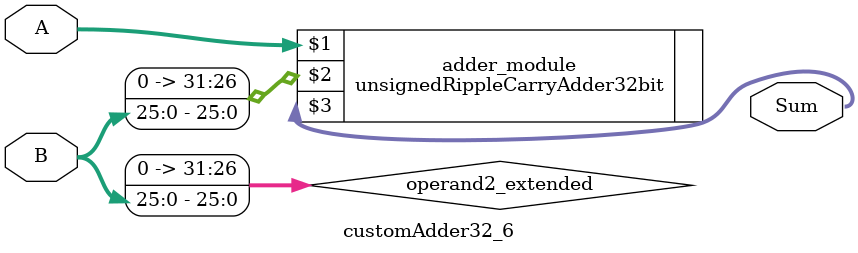
<source format=v>

module customAdder32_6(
                    input [31 : 0] A,
                    input [25 : 0] B,
                    
                    output [32 : 0] Sum
            );

    wire [31 : 0] operand2_extended;
    
    assign operand2_extended =  {6'b0, B};
    
    unsignedRippleCarryAdder32bit adder_module(
        A,
        operand2_extended,
        Sum
    );
    
endmodule
        
</source>
